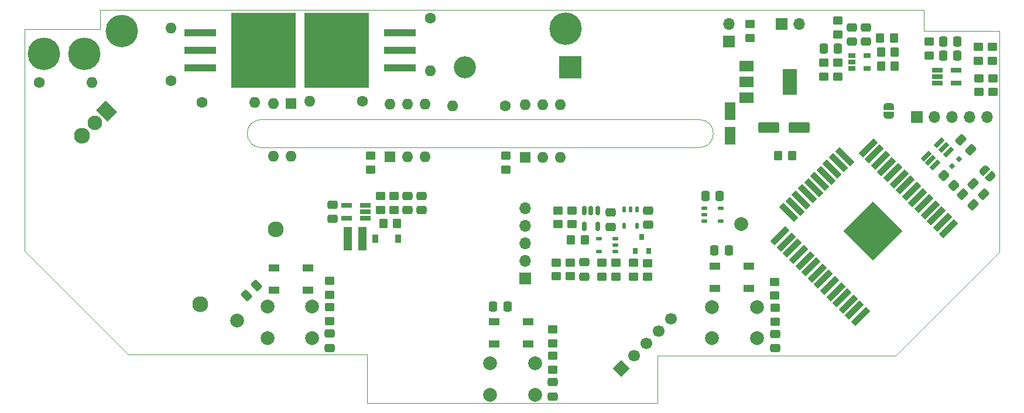
<source format=gts>
G04 #@! TF.GenerationSoftware,KiCad,Pcbnew,(6.0.2)*
G04 #@! TF.CreationDate,2023-01-14T17:30:24+01:00*
G04 #@! TF.ProjectId,SenseEHajo,53656e73-6545-4486-916a-6f2e6b696361,rev?*
G04 #@! TF.SameCoordinates,Original*
G04 #@! TF.FileFunction,Soldermask,Top*
G04 #@! TF.FilePolarity,Negative*
%FSLAX46Y46*%
G04 Gerber Fmt 4.6, Leading zero omitted, Abs format (unit mm)*
G04 Created by KiCad (PCBNEW (6.0.2)) date 2023-01-14 17:30:24*
%MOMM*%
%LPD*%
G01*
G04 APERTURE LIST*
G04 Aperture macros list*
%AMRoundRect*
0 Rectangle with rounded corners*
0 $1 Rounding radius*
0 $2 $3 $4 $5 $6 $7 $8 $9 X,Y pos of 4 corners*
0 Add a 4 corners polygon primitive as box body*
4,1,4,$2,$3,$4,$5,$6,$7,$8,$9,$2,$3,0*
0 Add four circle primitives for the rounded corners*
1,1,$1+$1,$2,$3*
1,1,$1+$1,$4,$5*
1,1,$1+$1,$6,$7*
1,1,$1+$1,$8,$9*
0 Add four rect primitives between the rounded corners*
20,1,$1+$1,$2,$3,$4,$5,0*
20,1,$1+$1,$4,$5,$6,$7,0*
20,1,$1+$1,$6,$7,$8,$9,0*
20,1,$1+$1,$8,$9,$2,$3,0*%
%AMHorizOval*
0 Thick line with rounded ends*
0 $1 width*
0 $2 $3 position (X,Y) of the first rounded end (center of the circle)*
0 $4 $5 position (X,Y) of the second rounded end (center of the circle)*
0 Add line between two ends*
20,1,$1,$2,$3,$4,$5,0*
0 Add two circle primitives to create the rounded ends*
1,1,$1,$2,$3*
1,1,$1,$4,$5*%
%AMRotRect*
0 Rectangle, with rotation*
0 The origin of the aperture is its center*
0 $1 length*
0 $2 width*
0 $3 Rotation angle, in degrees counterclockwise*
0 Add horizontal line*
21,1,$1,$2,0,0,$3*%
%AMFreePoly0*
4,1,22,0.499999,-0.750000,0.000000,-0.750000,0.000000,-0.745033,-0.079941,-0.743568,-0.215256,-0.701293,-0.333266,-0.622738,-0.424486,-0.514219,-0.481581,-0.384460,-0.499164,-0.250000,-0.500000,-0.250000,-0.500000,0.250000,-0.499164,0.250000,-0.499963,0.256109,-0.478152,0.396186,-0.417904,0.524511,-0.324060,0.630769,-0.204165,0.706417,-0.067858,0.745374,0.000000,0.744960,0.000000,0.750000,
0.499999,0.750000,0.499999,-0.750000,0.499999,-0.750000,$1*%
%AMFreePoly1*
4,1,20,0.000000,0.744960,0.073905,0.744508,0.209726,0.703889,0.328688,0.626782,0.421226,0.519385,0.479903,0.390333,0.500000,0.250000,0.500000,-0.250000,0.499851,-0.262216,0.476331,-0.402017,0.414519,-0.529596,0.319384,-0.634700,0.198574,-0.708877,0.061801,-0.746166,0.000000,-0.745033,0.000000,-0.750000,-0.499999,-0.750000,-0.499999,0.750000,0.000000,0.750000,0.000000,0.744960,
0.000000,0.744960,$1*%
G04 Aperture macros list end*
G04 #@! TA.AperFunction,Profile*
%ADD10C,0.050000*%
G04 #@! TD*
%ADD11C,2.100000*%
%ADD12C,4.700000*%
%ADD13C,3.100000*%
%ADD14RotRect,2.300000X2.000000X315.000000*%
%ADD15C,2.300000*%
%ADD16RoundRect,0.150000X-0.150000X0.512500X-0.150000X-0.512500X0.150000X-0.512500X0.150000X0.512500X0*%
%ADD17RotRect,3.000000X0.900000X225.000000*%
%ADD18RotRect,3.000000X0.900000X315.000000*%
%ADD19RotRect,6.000000X6.000000X225.000000*%
%ADD20RoundRect,0.250000X0.475000X-0.337500X0.475000X0.337500X-0.475000X0.337500X-0.475000X-0.337500X0*%
%ADD21RoundRect,0.250000X-0.337500X-0.475000X0.337500X-0.475000X0.337500X0.475000X-0.337500X0.475000X0*%
%ADD22RoundRect,0.250000X0.337500X0.475000X-0.337500X0.475000X-0.337500X-0.475000X0.337500X-0.475000X0*%
%ADD23RoundRect,0.250000X0.550000X-1.050000X0.550000X1.050000X-0.550000X1.050000X-0.550000X-1.050000X0*%
%ADD24RoundRect,0.250000X1.250000X0.550000X-1.250000X0.550000X-1.250000X-0.550000X1.250000X-0.550000X0*%
%ADD25RoundRect,0.250000X-0.097227X0.574524X-0.574524X0.097227X0.097227X-0.574524X0.574524X-0.097227X0*%
%ADD26R,3.200000X3.200000*%
%ADD27O,3.200000X3.200000*%
%ADD28RoundRect,0.250000X-0.450000X0.350000X-0.450000X-0.350000X0.450000X-0.350000X0.450000X0.350000X0*%
%ADD29R,1.560000X0.650000*%
%ADD30RoundRect,0.137500X-0.262500X-0.137500X0.262500X-0.137500X0.262500X0.137500X-0.262500X0.137500X0*%
%ADD31RotRect,1.700000X1.700000X135.000000*%
%ADD32HorizOval,1.700000X0.000000X0.000000X0.000000X0.000000X0*%
%ADD33R,1.300000X3.400000*%
%ADD34R,0.800000X0.900000*%
%ADD35RoundRect,0.250000X0.450000X-0.350000X0.450000X0.350000X-0.450000X0.350000X-0.450000X-0.350000X0*%
%ADD36RoundRect,0.250000X0.350000X0.450000X-0.350000X0.450000X-0.350000X-0.450000X0.350000X-0.450000X0*%
%ADD37C,1.600000*%
%ADD38O,1.600000X1.600000*%
%ADD39RoundRect,0.250000X-0.350000X-0.450000X0.350000X-0.450000X0.350000X0.450000X-0.350000X0.450000X0*%
%ADD40R,4.600000X1.100000*%
%ADD41R,9.400000X10.800000*%
%ADD42R,1.060000X0.650000*%
%ADD43R,1.600000X1.600000*%
%ADD44R,2.000000X1.500000*%
%ADD45R,2.000000X3.800000*%
%ADD46R,1.700000X1.700000*%
%ADD47O,1.700000X1.700000*%
%ADD48C,2.000000*%
%ADD49RoundRect,0.250000X0.574524X0.097227X0.097227X0.574524X-0.574524X-0.097227X-0.097227X-0.574524X0*%
%ADD50R,0.900000X1.200000*%
%ADD51FreePoly0,135.000000*%
%ADD52FreePoly1,135.000000*%
%ADD53RotRect,1.560000X0.650000X45.000000*%
%ADD54R,1.500000X1.000000*%
%ADD55RoundRect,0.137500X0.262500X0.137500X-0.262500X0.137500X-0.262500X-0.137500X0.262500X-0.137500X0*%
%ADD56RoundRect,0.137500X-0.137500X0.262500X-0.137500X-0.262500X0.137500X-0.262500X0.137500X0.262500X0*%
%ADD57RotRect,0.600000X0.700000X45.000000*%
%ADD58RoundRect,0.250000X-0.574524X-0.097227X-0.097227X-0.574524X0.574524X0.097227X0.097227X0.574524X0*%
%ADD59FreePoly0,270.000000*%
%ADD60FreePoly1,270.000000*%
%ADD61RoundRect,0.250000X0.565685X0.070711X0.070711X0.565685X-0.565685X-0.070711X-0.070711X-0.565685X0*%
G04 APERTURE END LIST*
D10*
X23114000Y-55245000D02*
X23114000Y-23114000D01*
X57353200Y-36195000D02*
X76708000Y-36195000D01*
X76708000Y-40259000D02*
X57353200Y-40259000D01*
X120675400Y-40259000D02*
G75*
G03*
X120675400Y-36195000I0J2032000D01*
G01*
X164084000Y-49276000D02*
X164084000Y-55372000D01*
X112420400Y-36195000D02*
X76708000Y-36195000D01*
X76708000Y-40259000D02*
X120675400Y-40259000D01*
X118643400Y-20320000D02*
X153162000Y-20320000D01*
X112420400Y-36195000D02*
X120675400Y-36195000D01*
X114579400Y-20345400D02*
X118668800Y-20345400D01*
X118668800Y-20345400D02*
X118643400Y-20320000D01*
X34036000Y-23114000D02*
X34036000Y-20320000D01*
X164084000Y-23368000D02*
X164084000Y-30988000D01*
X153162000Y-20320000D02*
X153162000Y-23368000D01*
X114681000Y-77216000D02*
X72644000Y-77216000D01*
X114579400Y-20345400D02*
X34036000Y-20320000D01*
X57353200Y-36195000D02*
G75*
G03*
X57353200Y-40259000I-25401J-2032000D01*
G01*
X38100000Y-70231000D02*
X46761400Y-70231000D01*
X114681000Y-70358000D02*
X114681000Y-77216000D01*
X46761400Y-70231000D02*
X49072800Y-70231000D01*
X38100000Y-70231000D02*
X23114000Y-55245000D01*
X153162000Y-23368000D02*
X164084000Y-23368000D01*
X149098000Y-70358000D02*
X114681000Y-70358000D01*
X72644000Y-77216000D02*
X72644000Y-70231000D01*
X164084000Y-30988000D02*
X164084000Y-49276000D01*
X72644000Y-70231000D02*
X49072800Y-70231000D01*
X164084000Y-55372000D02*
X149098000Y-70358000D01*
X23114000Y-23114000D02*
X34036000Y-23114000D01*
D11*
X33248600Y-36652200D03*
D12*
X37150000Y-23380000D03*
D13*
X37150000Y-23380000D03*
X101350000Y-23050000D03*
D12*
X101350000Y-23050000D03*
D14*
X34970105Y-34958016D03*
D15*
X31434571Y-38493550D03*
X59436000Y-52070000D03*
X48546555Y-62959445D03*
D16*
X105969600Y-49403000D03*
X105019600Y-49403000D03*
X104069600Y-49403000D03*
X104069600Y-51678000D03*
X105969600Y-51678000D03*
D17*
X156756156Y-51970446D03*
X155858130Y-51072421D03*
X154960104Y-50174395D03*
X154062079Y-49276370D03*
X153164053Y-48378344D03*
X152266027Y-47480318D03*
X151368002Y-46582293D03*
X150469976Y-45684267D03*
X149571951Y-44786242D03*
X148673925Y-43888216D03*
X147775899Y-42990190D03*
X146877874Y-42092165D03*
X145979848Y-41194139D03*
X145081823Y-40296113D03*
D18*
X141698317Y-41558299D03*
X140800291Y-42456325D03*
X139902265Y-43354350D03*
X139004240Y-44252376D03*
X138106214Y-45150402D03*
X137208189Y-46048427D03*
X136310163Y-46946453D03*
X135412137Y-47844478D03*
X134514112Y-48742504D03*
X133616086Y-49640530D03*
D17*
X132353900Y-53024036D03*
X133251926Y-53922061D03*
X134149952Y-54820087D03*
X135047977Y-55718112D03*
X135946003Y-56616138D03*
X136844029Y-57514164D03*
X137742054Y-58412189D03*
X138640080Y-59310215D03*
X139538105Y-60208240D03*
X140436131Y-61106266D03*
X141334157Y-62004292D03*
X142232182Y-62902317D03*
X143130208Y-63800343D03*
X144028233Y-64698369D03*
D19*
X145796000Y-52324000D03*
D20*
X144780000Y-24935000D03*
X144780000Y-22860000D03*
D21*
X155956000Y-26956000D03*
X158031000Y-26956000D03*
X155956000Y-24892000D03*
X158031000Y-24892000D03*
D20*
X142748000Y-24935000D03*
X142748000Y-22860000D03*
D22*
X140759000Y-25908000D03*
X138684000Y-25908000D03*
D20*
X131622800Y-69291200D03*
X131622800Y-67216200D03*
X99491800Y-76276200D03*
X99491800Y-74201200D03*
X67208400Y-69258000D03*
X67208400Y-67183000D03*
D23*
X125120400Y-38550400D03*
X125120400Y-34950400D03*
D20*
X67691000Y-50558500D03*
X67691000Y-48483500D03*
D24*
X135128000Y-37338000D03*
X130728000Y-37338000D03*
D20*
X78508300Y-49319000D03*
X78508300Y-47244000D03*
X80489500Y-49319000D03*
X80489500Y-47244000D03*
D21*
X90889000Y-63246000D03*
X92964000Y-63246000D03*
X122893000Y-55118000D03*
X124968000Y-55118000D03*
D25*
X56642000Y-60198000D03*
X55174754Y-61665246D03*
D26*
X102070000Y-28600000D03*
D27*
X86830000Y-28600000D03*
D28*
X153924000Y-24924000D03*
X153924000Y-26924000D03*
D29*
X155114000Y-29022000D03*
X155114000Y-29972000D03*
X155114000Y-30922000D03*
X157814000Y-30922000D03*
X157814000Y-29022000D03*
D30*
X121412000Y-49022000D03*
X121412000Y-49972000D03*
X121412000Y-50922000D03*
X123812000Y-50922000D03*
X123812000Y-49022000D03*
D31*
X109419846Y-72190154D03*
D32*
X111215897Y-70394103D03*
X113011948Y-68598052D03*
X114808000Y-66802000D03*
X116604051Y-65005949D03*
D33*
X69850000Y-53441600D03*
X71950000Y-53441600D03*
D34*
X111445800Y-55194200D03*
X113345800Y-55194200D03*
X112395800Y-53194200D03*
D35*
X74574400Y-49276000D03*
X74574400Y-47276000D03*
D28*
X140716000Y-27972000D03*
X140716000Y-29972000D03*
X138684000Y-27972000D03*
X138684000Y-29972000D03*
D36*
X148971000Y-26416000D03*
X146971000Y-26416000D03*
D28*
X92710000Y-41402000D03*
X92710000Y-43402000D03*
X73152000Y-41402000D03*
X73152000Y-43402000D03*
D36*
X148844000Y-24384000D03*
X146844000Y-24384000D03*
D35*
X128016000Y-24352000D03*
X128016000Y-22352000D03*
D28*
X131597400Y-59679000D03*
X131597400Y-61679000D03*
D37*
X92620000Y-34250000D03*
D38*
X85000000Y-34250000D03*
D37*
X81788000Y-21488400D03*
D38*
X81788000Y-29108400D03*
D37*
X71970000Y-33560000D03*
D38*
X64350000Y-33560000D03*
D37*
X44270000Y-30607000D03*
D38*
X44270000Y-22987000D03*
D28*
X131622800Y-63438200D03*
X131622800Y-65438200D03*
X108626400Y-56921400D03*
X108626400Y-58921400D03*
X101997000Y-56870600D03*
X101997000Y-58870600D03*
D39*
X74980400Y-51206400D03*
X76980400Y-51206400D03*
D28*
X76527100Y-47272500D03*
X76527100Y-49272500D03*
D35*
X99965000Y-58870600D03*
X99965000Y-56870600D03*
D28*
X113198400Y-56956200D03*
X113198400Y-58956200D03*
D35*
X111191800Y-58937400D03*
X111191800Y-56937400D03*
X106594400Y-58921400D03*
X106594400Y-56921400D03*
D39*
X102130600Y-53644800D03*
X104130600Y-53644800D03*
D35*
X161086800Y-32200600D03*
X161086800Y-30200600D03*
D40*
X77403000Y-28702000D03*
D41*
X68253000Y-26162000D03*
D40*
X77403000Y-26162000D03*
X77403000Y-23622000D03*
X48505000Y-23615000D03*
X48505000Y-26155000D03*
D41*
X57655000Y-26155000D03*
D40*
X48505000Y-28695000D03*
D42*
X142791000Y-26924000D03*
X142791000Y-27874000D03*
X142791000Y-28824000D03*
X144991000Y-28824000D03*
X144991000Y-26924000D03*
D43*
X95478600Y-41681400D03*
D38*
X98018600Y-41681400D03*
X100558600Y-41681400D03*
X100558600Y-34061400D03*
X98018600Y-34061400D03*
X95478600Y-34061400D03*
D43*
X75920600Y-41605200D03*
D38*
X78460600Y-41605200D03*
X81000600Y-41605200D03*
X81000600Y-33985200D03*
X78460600Y-33985200D03*
X75920600Y-33985200D03*
D44*
X127482600Y-28420000D03*
X127482600Y-30720000D03*
D45*
X133782600Y-30720000D03*
D44*
X127482600Y-33020000D03*
D29*
X72415400Y-50505400D03*
X72415400Y-49555400D03*
X72415400Y-48605400D03*
X69715400Y-48605400D03*
X69715400Y-50505400D03*
D46*
X132588000Y-22352000D03*
D47*
X135128000Y-22352000D03*
D46*
X124968000Y-24892000D03*
D47*
X124968000Y-22352000D03*
D46*
X152146000Y-35814000D03*
D47*
X154686000Y-35814000D03*
X157226000Y-35814000D03*
X159766000Y-35814000D03*
X162306000Y-35814000D03*
D46*
X95504000Y-59182000D03*
D47*
X95504000Y-56642000D03*
X95504000Y-54102000D03*
X95504000Y-51562000D03*
X95504000Y-49022000D03*
D12*
X31750000Y-26670000D03*
D13*
X31750000Y-26670000D03*
X25908000Y-26670000D03*
D12*
X25908000Y-26670000D03*
D48*
X129055000Y-63318000D03*
X122555000Y-63318000D03*
X129055000Y-67818000D03*
X122555000Y-67818000D03*
X96924000Y-71501000D03*
X90424000Y-71501000D03*
X96924000Y-76001000D03*
X90424000Y-76001000D03*
X64719200Y-63292600D03*
X58219200Y-63292600D03*
X58219200Y-67792600D03*
X64719200Y-67792600D03*
D49*
X161769623Y-46961623D03*
X160302377Y-45494377D03*
X160245623Y-48485623D03*
X158778377Y-47018377D03*
D50*
X77137800Y-53416200D03*
X73837800Y-53416200D03*
D43*
X61645800Y-33909000D03*
D38*
X59105800Y-33909000D03*
X59105800Y-41529000D03*
X61645800Y-41529000D03*
D39*
X132112000Y-41402000D03*
X134112000Y-41402000D03*
D37*
X48742600Y-33680400D03*
D38*
X56362600Y-33680400D03*
D37*
X25196800Y-30861000D03*
D38*
X32816800Y-30861000D03*
D21*
X121548100Y-47294800D03*
X123623100Y-47294800D03*
D28*
X99491800Y-66581200D03*
X99491800Y-68581200D03*
D36*
X148971000Y-28448000D03*
X146971000Y-28448000D03*
D20*
X107889800Y-51732000D03*
X107889800Y-49657000D03*
D28*
X163042600Y-25679400D03*
X163042600Y-27679400D03*
X67208400Y-59569600D03*
X67208400Y-61569600D03*
D48*
X53848000Y-65278000D03*
D35*
X100269800Y-51333400D03*
X100269800Y-49333400D03*
D51*
X162814000Y-44450000D03*
D52*
X161894762Y-43530762D03*
D20*
X113325400Y-51435000D03*
X113325400Y-49360000D03*
D53*
X153465308Y-41459686D03*
X154137060Y-42131437D03*
X154808811Y-42803189D03*
X156718000Y-40894000D03*
X156046248Y-40222249D03*
X155374497Y-39550497D03*
D28*
X140716000Y-21876000D03*
X140716000Y-23876000D03*
D54*
X122936000Y-57404000D03*
X122936000Y-60604000D03*
X127836000Y-60604000D03*
X127836000Y-57404000D03*
D55*
X108575600Y-55331400D03*
X108575600Y-54381400D03*
X108575600Y-53431400D03*
X106175600Y-53431400D03*
X106175600Y-55331400D03*
D56*
X111699800Y-49174400D03*
X110749800Y-49174400D03*
X109799800Y-49174400D03*
X109799800Y-51574400D03*
X111699800Y-51574400D03*
D28*
X67208400Y-63379600D03*
X67208400Y-65379600D03*
X99491800Y-70391200D03*
X99491800Y-72391200D03*
D57*
X158242000Y-41936050D03*
X157252050Y-42926000D03*
D48*
X126746000Y-51308000D03*
D28*
X163118800Y-30200600D03*
X163118800Y-32200600D03*
D58*
X158496000Y-39116000D03*
X159963246Y-40583246D03*
D54*
X59182000Y-57658000D03*
X59182000Y-60858000D03*
X64082000Y-60858000D03*
X64082000Y-57658000D03*
D20*
X104054400Y-58920200D03*
X104054400Y-56845200D03*
D59*
X148082000Y-34290000D03*
D60*
X148082000Y-35590000D03*
D35*
X161061400Y-27679400D03*
X161061400Y-25679400D03*
D54*
X91022000Y-65456000D03*
X91022000Y-68656000D03*
X95922000Y-68656000D03*
X95922000Y-65456000D03*
D28*
X102276400Y-49333400D03*
X102276400Y-51333400D03*
D61*
X157480000Y-45720000D03*
X156065786Y-44305786D03*
M02*

</source>
